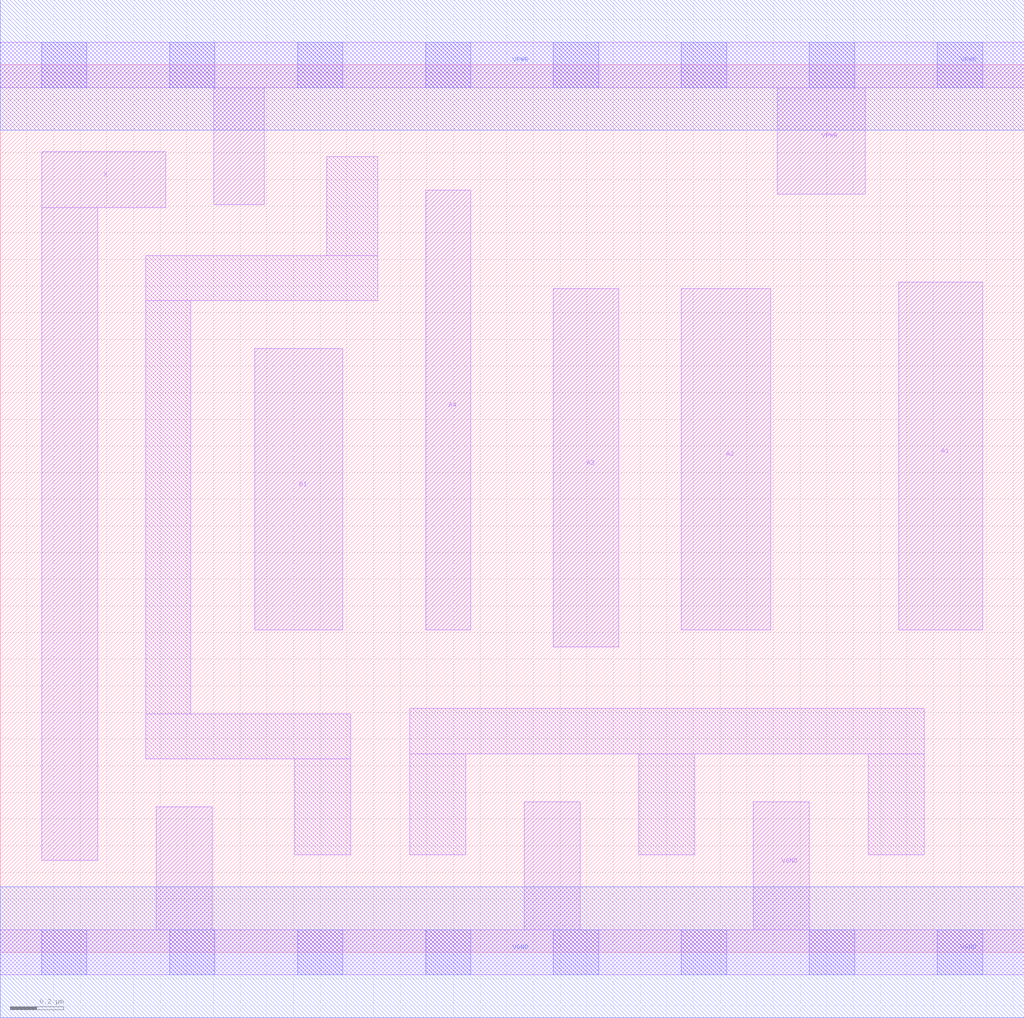
<source format=lef>
# Copyright 2020 The SkyWater PDK Authors
#
# Licensed under the Apache License, Version 2.0 (the "License");
# you may not use this file except in compliance with the License.
# You may obtain a copy of the License at
#
#     https://www.apache.org/licenses/LICENSE-2.0
#
# Unless required by applicable law or agreed to in writing, software
# distributed under the License is distributed on an "AS IS" BASIS,
# WITHOUT WARRANTIES OR CONDITIONS OF ANY KIND, either express or implied.
# See the License for the specific language governing permissions and
# limitations under the License.
#
# SPDX-License-Identifier: Apache-2.0

VERSION 5.7 ;
  NAMESCASESENSITIVE ON ;
  NOWIREEXTENSIONATPIN ON ;
  DIVIDERCHAR "/" ;
  BUSBITCHARS "[]" ;
UNITS
  DATABASE MICRONS 200 ;
END UNITS
MACRO sky130_fd_sc_lp__o41a_m
  CLASS CORE ;
  SOURCE USER ;
  FOREIGN sky130_fd_sc_lp__o41a_m ;
  ORIGIN  0.000000  0.000000 ;
  SIZE  3.840000 BY  3.330000 ;
  SYMMETRY X Y R90 ;
  SITE unit ;
  PIN A1
    ANTENNAGATEAREA  0.126000 ;
    DIRECTION INPUT ;
    USE SIGNAL ;
    PORT
      LAYER li1 ;
        RECT 3.370000 1.210000 3.685000 2.515000 ;
    END
  END A1
  PIN A2
    ANTENNAGATEAREA  0.126000 ;
    DIRECTION INPUT ;
    USE SIGNAL ;
    PORT
      LAYER li1 ;
        RECT 2.555000 1.210000 2.890000 2.490000 ;
    END
  END A2
  PIN A3
    ANTENNAGATEAREA  0.126000 ;
    DIRECTION INPUT ;
    USE SIGNAL ;
    PORT
      LAYER li1 ;
        RECT 2.075000 1.145000 2.320000 2.490000 ;
    END
  END A3
  PIN A4
    ANTENNAGATEAREA  0.126000 ;
    DIRECTION INPUT ;
    USE SIGNAL ;
    PORT
      LAYER li1 ;
        RECT 1.595000 1.210000 1.765000 2.860000 ;
    END
  END A4
  PIN B1
    ANTENNAGATEAREA  0.126000 ;
    DIRECTION INPUT ;
    USE SIGNAL ;
    PORT
      LAYER li1 ;
        RECT 0.955000 1.210000 1.285000 2.265000 ;
    END
  END B1
  PIN X
    ANTENNADIFFAREA  0.222600 ;
    DIRECTION OUTPUT ;
    USE SIGNAL ;
    PORT
      LAYER li1 ;
        RECT 0.155000 0.345000 0.365000 2.795000 ;
        RECT 0.155000 2.795000 0.620000 3.005000 ;
    END
  END X
  PIN VGND
    DIRECTION INOUT ;
    USE GROUND ;
    PORT
      LAYER li1 ;
        RECT 0.000000 -0.085000 3.840000 0.085000 ;
        RECT 0.585000  0.085000 0.795000 0.545000 ;
        RECT 1.965000  0.085000 2.175000 0.565000 ;
        RECT 2.825000  0.085000 3.035000 0.565000 ;
      LAYER mcon ;
        RECT 0.155000 -0.085000 0.325000 0.085000 ;
        RECT 0.635000 -0.085000 0.805000 0.085000 ;
        RECT 1.115000 -0.085000 1.285000 0.085000 ;
        RECT 1.595000 -0.085000 1.765000 0.085000 ;
        RECT 2.075000 -0.085000 2.245000 0.085000 ;
        RECT 2.555000 -0.085000 2.725000 0.085000 ;
        RECT 3.035000 -0.085000 3.205000 0.085000 ;
        RECT 3.515000 -0.085000 3.685000 0.085000 ;
      LAYER met1 ;
        RECT 0.000000 -0.245000 3.840000 0.245000 ;
    END
  END VGND
  PIN VPWR
    DIRECTION INOUT ;
    USE POWER ;
    PORT
      LAYER li1 ;
        RECT 0.000000 3.245000 3.840000 3.415000 ;
        RECT 0.800000 2.805000 0.990000 3.245000 ;
        RECT 2.915000 2.845000 3.245000 3.245000 ;
      LAYER mcon ;
        RECT 0.155000 3.245000 0.325000 3.415000 ;
        RECT 0.635000 3.245000 0.805000 3.415000 ;
        RECT 1.115000 3.245000 1.285000 3.415000 ;
        RECT 1.595000 3.245000 1.765000 3.415000 ;
        RECT 2.075000 3.245000 2.245000 3.415000 ;
        RECT 2.555000 3.245000 2.725000 3.415000 ;
        RECT 3.035000 3.245000 3.205000 3.415000 ;
        RECT 3.515000 3.245000 3.685000 3.415000 ;
      LAYER met1 ;
        RECT 0.000000 3.085000 3.840000 3.575000 ;
    END
  END VPWR
  OBS
    LAYER li1 ;
      RECT 0.545000 0.725000 1.315000 0.895000 ;
      RECT 0.545000 0.895000 0.715000 2.445000 ;
      RECT 0.545000 2.445000 1.415000 2.615000 ;
      RECT 1.105000 0.365000 1.315000 0.725000 ;
      RECT 1.225000 2.615000 1.415000 2.985000 ;
      RECT 1.535000 0.365000 1.745000 0.745000 ;
      RECT 1.535000 0.745000 3.465000 0.915000 ;
      RECT 2.395000 0.365000 2.605000 0.745000 ;
      RECT 3.255000 0.365000 3.465000 0.745000 ;
  END
END sky130_fd_sc_lp__o41a_m

</source>
